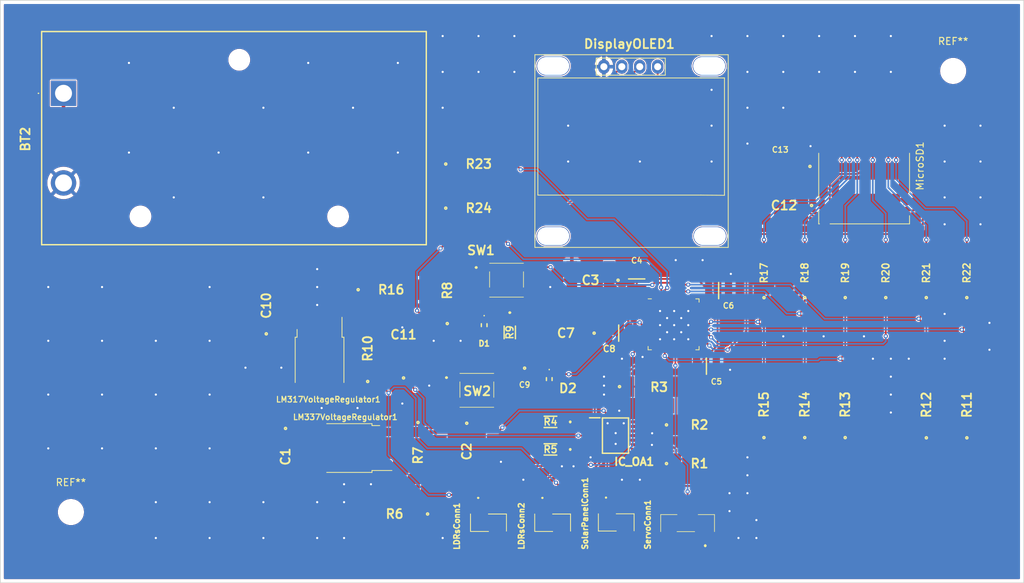
<source format=kicad_pcb>
(kicad_pcb (version 20221018) (generator pcbnew)
  (layers (0 "F.Cu" signal) (31 "B.Cu" signal) (34 "B.Paste" user) (35 "F.Paste" user) (36 "B.SilkS" user "B.Silkscreen") (37 "F.SilkS" user "F.Silkscreen") (38 "B.Mask" user) (39 "F.Mask" user) (44 "Edge.Cuts" user))
  (net 0 "")
  (net 1 "9V")
  (net 2 "GND")
  (net 3 "-3.3V")
  (net 4 "3.3V")
  (net 5 "RESET")
  (net 6 "BOOT0")
  (net 7 "I2C_SCL")
  (net 8 "I2C_SDA")
  (net 9 "AnalogMeasureLDR1")
  (net 10 "IN1+")
  (net 11 "IN2+")
  (net 12 "AnalogMeasureLDR2")
  (net 13 "Net-(IC_OA1-OUT3)")
  (net 14 "SolarPanelConn")
  (net 15 "Net-(IC_OA1-IN4-)")
  (net 16 "AnalogMeasureSP")
  (net 17 "Net-(LM317VoltageRegulator1-ADJ)")
  (net 18 "Net-(LM337VoltageRegulator1-ADJ)")
  (net 28 "SD_CMD")
  (net 31 "PWM")
  (net 35 "SD_DET_B")
  (net 38 "SD_CLK")
  (net 39 "SD_DAT1")
  (net 40 "SD_DAT2")
  (net 49 "SD_DAT3{slash}CD")
  (net 51 "SD_DAT0")
  (net 52 "Net-(MicroSD1-DAT2)")
  (net 53 "Net-(MicroSD1-DAT3{slash}CD)")
  (net 54 "Net-(MicroSD1-CMD)")
  (net 55 "Net-(MicroSD1-CLK)")
  (net 56 "Net-(MicroSD1-DAT0)")
  (net 57 "Net-(MicroSD1-DAT1)")
  (net 58 "Net-(R8-Pad2)")
  (footprint "Footprints:ERJ1T__2512_" (layer "F.Cu") (at 169.4358 115.7125)
    (fp_text reference "R3")
    (fp_text value "1K" hide)
  )
  (footprint "Footprints:12BH611GR" (layer "F.Cu") (at 85.9808 74.1525 180)
    (fp_text reference "BT2")
    (fp_text value "Battery" hide)
  )
  (footprint "Footprints:ERA8KEB1004V" (layer "F.Cu") (at 154.9733 120.7075 180)
    (fp_text reference "R4")
    (fp_text value "100K" hide)
  )
  (footprint "Footprints:ERJ1T__2512_" (layer "F.Cu") (at 176.0858 126.6125)
    (fp_text reference "R1")
    (fp_text value "62R" hide)
  )
  (footprint "Footprints:ERJ1T__2512_" (layer "F.Cu") (at 185.2208 118.2575 90)
    (fp_text reference "R15")
    (fp_text value "4.7K" hide)
  )
  (footprint "Package_DFN_QFN:QFN-48-1EP_7x7mm_P0.5mm_EP5.6x5.6mm" (layer "F.Cu") (at 172.4208 106.8825)
    (fp_text reference "MIcrocontroler1" hide)
    (fp_text value "STM32F411CEUx")
  )
  (footprint "Footprints:ERJ1T__2512_" (layer "F.Cu") (at 129.0758 110.3075 90)
    (fp_text reference "R10")
    (fp_text value "240R" hide)
  )
  (footprint "Footprints:ERJ1T__2512_" (layer "F.Cu") (at 144.8133 84.1725)
    (fp_text reference "R23")
    (fp_text value "2.2K" hide)
  )
  (footprint "Footprints:diode" (layer "F.Cu") (at 154.8008 114.6425 -90)
    (fp_text reference "D2")
    (fp_text value "D_Zener" hide)
  )
  (footprint "Footprints:ERJ1T__2512_" (layer "F.Cu") (at 191.0012 118.2575 90)
    (fp_text reference "R14")
    (fp_text value "4.7K" hide)
  )
  (footprint "MountingHole:MountingHole_3.2mm_M3" (layer "F.Cu") (at 212.0308 70.9825)
    (fp_text reference "REF**")
    (fp_text value "MountingHole_3.2mm_M3" hide)
  )
  (footprint "Footprints:ERA8KEB1004V" (layer "F.Cu") (at 154.9733 124.6075 180)
    (fp_text reference "R5")
    (fp_text value "100K" hide)
  )
  (footprint "Footprints:ERJ1T__2512_" (layer "F.Cu") (at 136.2058 125.4675 -90)
    (fp_text reference "R7")
    (fp_text value "180R" hide)
  )
  (footprint "Footprints:ERJ1T__2512_" (layer "F.Cu") (at 132.4008 101.9825)
    (fp_text reference "R16")
    (fp_text value "390R" hide)
  )
  (footprint "Footprints:ERJL12__1812_" (layer "F.Cu") (at 213.9616 99.6 90)
    (fp_text reference "R22")
    (fp_text value "22R" hide)
  )
  (footprint "Footprints:ERJL12__1812_" (layer "F.Cu") (at 208.2212 99.6 90)
    (fp_text reference "R21")
    (fp_text value "22R" hide)
  )
  (footprint "Footprints:ERJL12__1812_" (layer "F.Cu") (at 196.7404 99.6 90)
    (fp_text reference "R19")
    (fp_text value "22R" hide)
  )
  (footprint "Footprints:push_button" (layer "F.Cu") (at 148.7508 100.6325)
    (fp_text reference "SW1")
    (fp_text value "SW_Push" hide)
  )
  (footprint "Footprints:ERJ1T__2512_" (layer "F.Cu") (at 144.8133 90.4225)
    (fp_text reference "R24")
    (fp_text value "2.2K" hide)
  )
  (footprint "Footprints:ERJL12__1812_" (layer "F.Cu") (at 202.4808 99.6 90)
    (fp_text reference "R20")
    (fp_text value "22R" hide)
  )
  (footprint "Footprints:ERJ1T__2512_" (layer "F.Cu") (at 213.9708 118.29 90)
    (fp_text reference "R11")
    (fp_text value "4.7K" hide)
  )
  (footprint "Footprints:ERJ1T__2512_" (layer "F.Cu") (at 176.0858 121.1325)
    (fp_text reference "R2")
    (fp_text value "1K" hide)
  )
  (footprint "Footprints:CAPC3225X279N" (layer "F.Cu") (at 167.1908 100.4525 90)
    (fp_text reference "C4")
    (fp_text value "100uF" hide)
  )
  (footprint "Footprints:128x64OLED" (layer "F.Cu") (at 166.1608 80.9825)
    (fp_text reference "DisplayOLED1")
    (fp_text value "SSD1306" hide)
  )
  (footprint "Footprints:CAPC3225X279N" (layer "F.Cu") (at 177.0708 112.8125)
    (fp_text reference "C5")
    (fp_text value "100uF" hide)
  )
  (footprint "Footprints:C2220_FT" (layer "F.Cu") (at 157.1608 108.1325 180)
    (fp_text reference "C7")
    (fp_text value "1uF" hide)
  )
  (footprint "Footprints:10129380902001ALF" (layer "F.Cu") (at 146.1833 134.9725)
    (fp_text reference "LDRsConn1")
    (fp_text value "Conn_01x02_Pin" hide)
  )
  (footprint "Footprints:C1206" (layer "F.Cu") (at 151.3108 115.4425 -90)
    (fp_text reference "C9")
    (fp_text value "100nF" hide)
  )
  (footprint "Footprints:ERJ1T__2512_" (layer "F.Cu") (at 140.3508 102.1025 90)
    (fp_text reference "R8")
    (fp_text value "1k" hide)
  )
  (footprint "Footprints:C2220_FT" (layer "F.Cu") (at 114.7058 104.2325 90)
    (fp_text reference "C10")
    (fp_text value "1uF" hide)
  )
  (footprint "Footprints:ERJ1T__2512_" (layer "F.Cu") (at 132.8883 133.7575 180)
    (fp_text reference "R6")
    (fp_text value "300R" hide)
  )
  (footprint "Footprints:diode" (layer "F.Cu") (at 145.5808 107.0025 -90)
    (fp_text reference "D1")
    (fp_text value "D_Zener" hide)
  )
  (footprint "Footprints:ERA8KEB1004V" (layer "F.Cu") (at 149.2108 108.0275 -90)
    (fp_text reference "R9")
    (fp_text value "10k" hide)
  )
  (footprint "Package_TO_SOT_SMD:TO-252-2" (layer "F.Cu") (at 122.2558 112.0225 -90)
    (fp_text reference "LM317VoltageRegulator1")
    (fp_text value "LM317_TO-252" hide)
  )
  (footprint "Footprints:C1206" (layer "F.Cu") (at 189.3912 84.51 180)
    (fp_text reference "C13")
    (fp_text value "100nF" hide)
  )
  (footprint "Footprints:ERJ1T__2512_" (layer "F.Cu") (at 196.7308 118.26 90)
    (fp_text reference "R13")
    (fp_text value "4.7K" hide)
  )
  (footprint "Footprints:ERJL12__1812_" (layer "F.Cu") (at 185.2286 99.6084 90)
    (fp_text reference "R17")
    (fp_text value "22R" hide)
  )
  (footprint "Footprints:10129380902001ALF" (layer "F.Cu") (at 164.2933 134.9325)
    (fp_text reference "SolarPanelConn1")
    (fp_text value "Conn_01x02_Pin" hide)
  )
  (footprint "Footprints:10129380902001ALF" (layer "F.Cu") (at 155.2833 134.9725)
    (fp_text reference "LDRsConn2")
    (fp_text value "Conn_01x02_Pin" hide)
  )
  (footprint "Footprints:CAPC3225X279N" (layer "F.Cu") (at 164.6408 108.1325 180)
    (fp_text reference "C8")
    (fp_text value "100uF" hide)
  )
  (footprint "Footprints:10129380903001BLF" (layer "F.Cu") (at 174.4033 135.0525 180)
    (fp_text reference "ServoConn1")
    (fp_text value "Conn_01x03_Male" hide)
  )
  (footprint "Connector_Card:microSD_HC_Hirose_DM3D-SF" (layer "F.Cu") (at 199.4162 86.865 180)
    (fp_text reference "MicroSD1")
    (fp_text value "Micro_SD_Card_Det" hide)
  )
  (footprint "Footprints:capacitor10u" (layer "F.Cu") (at 160.6508 100.6325 180)
    (fp_text reference "C3")
    (fp_text value "10uF" hide)
  )
  (footprint "Package_TO_SOT_SMD:TO-252-2" (layer "F.Cu") (at 126.3758 124.4125 180)
    (fp_text reference "LM337VoltageRegulator1")
    (fp_text value "LM337_TO252" hide)
  )
  (footprint "Footprints:push_button" (layer "F.Cu") (at 144.5408 116.2325)
    (fp_text reference "SW2")
    (fp_text value "SW_Push" hide)
  )
  (footprint "Footprints:CAPC3225X279N" (layer "F.Cu") (at 178.8008 102.1025)
    (fp_text reference "C6")
    (fp_text value "100uF" hide)
  )
  (footprint "Footprints:C2220_FT" (layer "F.Cu") (at 143.1108 124.8975 -90)
    (fp_text reference "C2")
    (fp_text value "1uF" hide)
  )
  (footprint "Footprints:ERJL12__1812_" (layer "F.Cu") (at 191 99.6 90)
    (fp_text reference "R18")
    (fp_text value "22R" hide)
  )
  (footprint "Footprints:C2220_FT" (layer "F.Cu") (at 117.4358 125.6325 -90)
    (fp_text reference "C1")
    (fp_text value "1uF" hide)
  )
  (footprint "Footprints:ERJ1T__2512_" (layer "F.Cu") (at 208.2308 118.29 90)
    (fp_text reference "R12")
    (fp_text value "4.7K" hide)
  )
  (footprint "Footprints:SOP65P640X120-14N" (layer "F.Cu") (at 164.1853 122.6525)
    (fp_text reference "IC_OA1")
    (fp_text value "OPA4991MDYYREP" hide)
  )
  (footprint "Footprints:C1206" (layer "F.Cu") (at 134.1558 112.1325 90)
    (fp_text reference "C11")
    (fp_text value "100uF" hide)
  )
  (footprint "MountingHole:MountingHole_3.2mm_M3" (layer "F.Cu") (at 87.0308 133.4825)
    (fp_text reference "REF**")
    (fp_text value "MountingHole_3.2mm_M3" hide)
  )
  (footprint "Footprints:capacitor10u" (layer "F.Cu") (at 188.0662 90.045 180)
    (fp_text reference "C12")
    (fp_text value "10uF" hide)
  )
  (gr_line (start 222.0308 143.4825) (end 77.0308 143.4825) (stroke (width 0.1)) (layer "Edge.Cuts"))
  (gr_line (start 222.0308 60.9825) (end 222.0308 143.4825) (stroke (width 0.1)) (layer "Edge.Cuts"))
  (gr_line (start 77.0308 60.9825) (end 222.0308 60.9825) (stroke (width 0.1)) (layer "Edge.Cuts"))
  (gr_line (start 77.0308 143.4825) (end 77.0308 60.9825) (stroke (width 0.1)) (layer "Edge.Cuts"))
  (gr_text_box "\nSmart Solar Panel Project\n\nBruno P.C da Silva\nLucas Humberto Jesus" (start 186.3108 124.4725) (end 216.4108 138.8925) (layer "F.Cu") (effects (font (size 1.2 1.2) (thickness 0.3) bold) (justify top)) (stroke (width 0.15)))
  (segment (start 91.7608 94.2825) (end 104.4608 106.9825) (width 0.508) (layer "F.Cu") (net 1))
  (segment (start 117.4358 122.8825) (end 123.4358 122.8825) (width 0.508) (layer "F.Cu") (net 1))
  (segment (start 91.7608 89.053741) (end 91.7608 94.2825) (width 0.508) (layer "F.Cu") (net 1))
  (segment (start 123.4358 122.8825) (end 123.4408 122.8875) (width 0.508) (layer "F.Cu") (net 1))
  (segment (start 104.4608 106.9825) (end 114.7058 106.9825) (width 0.508) (layer "F.Cu") (net 1))
  (segment (start 119.9758 106.9825) (end 114.7058 106.9825) (width 0.508) (layer "F.Cu") (net 1))
  (segment (start 85.9808 74.1525) (end 85.9808 78.7725) (width 0.508) (layer "F.Cu") (net 1))
  (segment (start 91.7708 84.5625) (end 91.7708 89.043741) (width 0.508) (layer "F.Cu") (net 1))
  (segment (start 91.7708 89.043741) (end 91.7608 89.053741) (width 0.508) (layer "F.Cu") (net 1))
  (segment (start 117.4358 119.8458) (end 117.4358 122.8825) (width 0.508) (layer "F.Cu") (net 1))
  (segment (start 85.9808 78.7725) (end 91.7708 84.5625) (width 0.508) (layer "F.Cu") (net 1))
  (segment (start 114.7058 106.9825) (end 114.7058 117.1158) (width 0.508) (layer "F.Cu") (net 1))
  (segment (start 114.7058 117.1158) (end 117.4358 119.8458) (width 0.508) (layer "F.Cu") (net 1))
  (segment (start 204.51 84.91) (end 202.39 84.91) (width 0.254) (layer "F.Cu") (net 2))
  (segment (start 175.8583 104.6325) (end 174.8675 104.6325) (width 0.254) (layer "F.Cu") (net 2))
  (segment (start 170.1708 103.445) (end 170.1708 104.6708) (width 0.254) (layer "F.Cu") (net 2))
  (segment (start 205.1412 84.2788) (end 204.51 84.91) (width 0.254) (layer "F.Cu") (net 2))
  (segment (start 172.5 107) (end 172.4208 106.8825) (width 0.254) (layer "F.Cu") (net 2))
  (segment (start 202.39 84.91) (end 201.74 84.26) (width 0.254) (layer "F.Cu") (net 2))
  (segment (start 201.7412 81.515) (end 201.7412 83.408026) (width 0.254) (layer "F.Cu") (net 2))
  (segment (start 167.1233 122.0025) (end 169.0625 122.0025) (width 0.254) (layer "F.Cu") (net 2))
  (segment (start 174.6708 109.1708) (end 174.5 109) (width 0.254) (layer "F.Cu") (net 2))
  (segment (start 205.1412 81.64) (end 205.1412 84.2788) (width 0.254) (layer "F.Cu") (net 2))
  (segment (start 169.8675 107.6325) (end 170.5 107) (width 0.254) (layer "F.Cu") (net 2))
  (segment (start 169.3325 123.9525) (end 169.35 123.97) (width 0.254) (layer "F.Cu") (net 2))
  (segment (start 178.4708 112.8125) (end 179.9025 112.8125) (width 0.254) (layer "F.Cu") (net 2))
  (segment (start 174.8675 104.6325) (end 174.5 105) (width 0.254) (layer "F.Cu") (net 2))
  (segment (start 180.2008 100.0692) (end 180.53 99.74) (width 0.254) (layer "F.Cu") (net 2))
  (segment (start 169.0625 122.0025) (end 169.38 122.32) (width 0.254) (layer "F.Cu") (net 2))
  (segment (start 180.2008 102.1025) (end 180.2008 100.0692) (width 0.254) (layer "F.Cu") (net 2))
  (segment (start 171.6708 107.6325) (end 171.5 108) (width 0.254) (layer "F.Cu") (net 2))
  (segment (start 193.7912 81.64) (end 191.82 81.64) (width 0.254) (layer "F.Cu") (net 2))
  (segment (start 167.1233 123.9525) (end 169.3325 123.9525) (width 0.254) (layer "F.Cu") (net 2))
  (segment (start 179.9025 112.8125) (end 180.42 113.33) (width 0.254) (layer "F.Cu") (net 2))
  (segment (start 193.4412 85.66) (end 193.4412 89.89) (width 0.254) (layer "F.Cu") (net 2))
  (segment (start 171.5 108) (end 172.5 107) (width 0.254) (layer "F.Cu") (net 2))
  (segment (start 174.6708 110.32) (end 174.6708 109.1708) (width 0.254) (layer "F.Cu") (net 2))
  (segment (start 201.74 83.409226) (end 201.74 84.26) (width 0.254) (layer "F.Cu") (net 2))
  (segment (start 193.7912 85.31) (end 193.4412 85.66) (width 0.254) (layer "F.Cu") (net 2))
  (segment (start 193.7912 81.64) (end 193.7912 85.31) (width 0.254) (layer "F.Cu") (net 2))
  (segment (start 170.1708 104.6708) (end 170.5 105) (width 0.254) (layer "F.Cu") (net 2))
  (segment (start 168.9833 107.6325) (end 169.8675 107.6325) (width 0.254) (layer "F.Cu") (net 2))
  (segment (start 201.7412 83.408026) (end 201.74 83.409226) (width 0.254) (layer "F.Cu") (net 2))
  (via (at 139.7 66.04) (size 0.6096) (drill 0.3048) (layers "F.Cu" "B.Cu") (net 2))
  (via (at 172.5 107) (size 0.6096) (drill 0.3048) (layers "F.Cu" "B.Cu") (net 2))
  (via (at 203.2 119.38) (size 0.6096) (drill 0.3048) (layers "F.Cu" "B.Cu") (net 2))
  (via (at 171.5 106) (size 0.6096) (drill 0.3048) (layers "F.Cu" "B.Cu") (net 2))
  (via (at 165.1 111.76) (size 0.6096) (drill 0.3048) (layers "F.Cu" "B.Cu") (net 2))
  (via (at 182.88 128.27) (size 0.6096) (drill 0.3048) (layers "F.Cu" "B.Cu") (net 2))
  (via (at 193.04 66.04) (size 0.6096) (drill 0.3048) (layers "F.Cu" "B.Cu") (net 2))
  (via (at 83.82 101.6) (size 0.6096) (drill 0.3048) (layers "F.Cu" "B.Cu") (net 2))
  (via (at 111.76 113.03) (size 0.6096) (drill 0.3048) (layers "F.Cu" "B.Cu") (net 2))
  (via (at 180.34 133.35) (size 0.6096) (drill 0.3048) (layers "F.Cu" "B.Cu") (net 2))
  (via (at 133.35 69.85) (size 0.6096) (drill 0.3048) (layers "F.Cu" "B.Cu") (net 2))
  (via (at 106.68 137.16) (size 0.6096) (drill 0.3048) (layers "F.Cu" "B.Cu") (net 2))
  (via (at 151.13 128.905) (size 0.6096) (drill 0.3048) (layers "F.Cu" "B.Cu") (net 2))
  (via (at 165.354 120.904) (size 0.6096) (drill 0.3048) (layers "F.Cu" "B.Cu") (net 2))
  (via (at 167.64 128.905) (size 0.6096) (drill 0.3048) (layers "F.Cu" "B.Cu") (net 2))
  (via (at 180.53 99.74) (size 0.6096) (drill 0.3048) (layers "F.Cu" "B.Cu") (net 2))
  (via (at 168.021 111.506) (size 0.6096) (drill 0.3048) (layers "F.Cu" "B.Cu") (net 2))
  (via (at 187.96 108.585) (size 0.6096) (drill 0.3048) (layers "F.Cu" "B.Cu") (net 2))
  (via (at 182.88 125.73) (size 0.6096) (drill 0.3048) (layers "F.Cu" "B.Cu") (net 2))
  (via (at 198.12 71.12) (size 0.6096) (drill 0.3048) (layers "F.Cu" "B.Cu") (net 2))
  (via (at 156.591 127) (size 0.6096) (drill 0.3048) (layers "F.Cu" "B.Cu") (net 2))
  (via (at 210.82 88.9) (size 0.6096) (drill 0.3048) (layers "F.Cu" "B.Cu") (net 2))
  (via (at 149.86 66.04) (size 0.6096) (drill 0.3048) (layers "F.Cu" "B.Cu") (net 2))
  (via (at 114.3 132.08) (size 0.6096) (drill 0.3048) (layers "F.Cu" "B.Cu") (net 2))
  (via (at 162.56 114.3) (size 0.6096) (drill 0.3048) (layers "F.Cu" "B.Cu") (net 2))
  (via (at 193.04 71.12) (size 0.6096) (drill 0.3048) (layers "F.Cu" "B.Cu") (net 2))
  (via (at 174.5 105) (size 0.6096) (drill 0.3048) (layers "F.Cu" "B.Cu") (net 2))
  (via (at 121.92 137.16) (size 0.6096) (drill 0.3048) (layers "F.Cu" "B.Cu") (net 2))
  (via (at 139.7 76.2) (size 0.6096) (drill 0.3048) (layers "F.Cu" "B.Cu") (net 2))
  (via (at 158.242 127) (size 0.6096) (drill 0.3048) (layers "F.Cu" "B.Cu") (net 2))
  (via (at 114.3 137.16) (size 0.6096) (drill 0.3048) (layers "F.Cu" "B.Cu") (net 2))
  (via (at 101.6 88.9) (size 0.6096) (drill 0.3048) (layers "F.Cu" "B.Cu") (net 2))
  (via (at 106.68 132.08) (size 0.6096) (drill 0.3048) (layers "F.Cu" "B.Cu") (net 2))
  (via (at 210.82 83.82) (size 0.6096) (drill 0.3048) (layers "F.Cu" "B.Cu") (net 2))
  (via (at 217.17 110.49) (size 0.6096) (drill 0.3048) (layers "F.Cu" "B.Cu") (net 2))
  (via (at 127.635 118.745) (size 0.6096) (drill 0.3048) (layers "F.Cu" "B.Cu") (net 2))
  (via (at 83.82 116.84) (size 0.6096) (drill 0.3048) (layers "F.Cu" "B.Cu") (net 2))
  (via (at 121.92 101.6) (size 0.6096) (drill 0.3048) (layers "F.Cu" "B.Cu") (net 2))
  (via (at 137.795 115.57) (size 0.6096) (drill 0.3048) (layers "F.Cu" "B.Cu") (net 2))
  (via (at 210.82 78.74) (size 0.6096) (drill 0.3048) (layers "F.Cu" "B.Cu") (net 2))
  (via (at 99.06 137.16) (size 0.6096) (drill 0.3048) (layers "F.Cu" "B.Cu") (net 2))
  (via (at 121.92 104.14) (size 0.6096) (drill 0.3048) (layers "F.Cu" "B.Cu") (net 2))
  (via (at 182.88 81.28) (size 0.6096) (drill 0.3048) (layers "F.Cu" "B.Cu") (net 2))
  (via (at 174.5 109) (size 0.6096) (drill 0.3048) (layers "F.Cu" "B.Cu") (net 2))
  (via (at 205.74 111.76) (size 0.6096) (drill 0.3048) (layers "F.Cu" "B.Cu") (net 2))
  (via (at 107.95 82.55) (size 0.6096) (drill 0.3048) (layers "F.Cu" "B.Cu") (net 2))
  (via (at 173.5 108) (size 0.6096) (drill 0.3048) (layers "F.Cu" "B.Cu") (net 2))
  (via (at 210.82 105.41) (size 0.6096) (drill 0.3048) (layers "F.Cu" "B.Cu") (net 2))
  (via (at 99.06 116.84) (size 0.6096) (drill 0.3048) (layers "F.Cu" "B.Cu") (net 2))
  (via (at 177.8 78.74) (size 0.6096) (drill 0.3048) (layers "F.Cu" "B.Cu") (net 2))
  (via (at 162.56 115.57) (size 0.6096) (drill 0.3048) (layers "F.Cu" "B.Cu") (net 2))
  (via (at 169.35 123.97) (size 0.6096) (drill 0.3048) (layers "F.Cu" "B.Cu") (net 2))
  (via (at 106.68 101.6) (size 0.6096) (drill 0.3048) (layers "F.Cu" "B.Cu") (net 2))
  (via (at 162.56 116.84) (size 0.6096) (drill 0.3048) (layers "F.Cu" "B.Cu") (net 2))
  (via (at 200.66 111.76) (size 0.6096) (drill 0.3048) (layers "F.Cu" "B.Cu") (net 2))
  (via (at 91.44 109.22) (size 0.6096) (drill 0.3048) (layers "F.Cu" "B.Cu") (net 2))
  (via (at 198.12 66.04) (size 0.6096) (drill 0.3048) (layers "F.Cu" "B.Cu") (net 2))
  (via (at 157.48 83.82) (size 0.6096) (drill 0.3048) (layers "F.Cu" "B.Cu") (net 2))
  (via (at 170.5 105) (size 0.6096) (drill 0.3048) (layers "F.Cu" "B.Cu") (net 2))
  (via (at 184.15 134.62) (size 0.6096) (drill 0.3048) (layers "F.Cu" "B.Cu") (net 2))
  (via (at 147.955 126.365) (size 0.6096) (drill 0.3048) (layers "F.Cu" "B.Cu") (net 2))
  (via (at 133.985 107.315) (size 0.6096) (drill 0.3048) (layers "F.Cu" "B.Cu") (net 2))
  (via (at 203.2 114.3) (size 0.6096) (drill 0.3048) (layers "F.Cu" "B.Cu") (net 2))
  (via (at 187.96 71.12) (size 0.6096) (drill 0.3048) (layers "F.Cu" "B.Cu") (net 2))
  (via (at 106.68 116.84) (size 0.6096) (drill 0.3048) (layers "F.Cu" "B.Cu") (net 2))
  (via (at 165.1 128.905) (size 0.6096) (drill 0.3048) (layers "F.Cu" "B.Cu") (net 2))
  (via (at 160.655 125.73) (size 0.6096) (drill 0.3048) (layers "F.Cu" "B.Cu") (net 2))
  (via (at 191.82 81.64) (size 0.6096) (drill 0.3048) (layers "F.Cu" "B.Cu") (net 2))
  (via (at 125.73 137.16) (size 0.6096) (drill 0.3048) (layers "F.Cu" "B.Cu") (net 2))
  (via (at 170.5 109) (size 0.6096) (drill 0.3048) (layers "F.Cu" "B.Cu") (net 2))
  (via (at 125.73 129.54) (size 0.6096) (drill 0.3048) (layers "F.Cu" "B.Cu") (net 2))
  (via (at 203.2 116.84) (size 0.6096) (drill 0.3048) (layers "F.Cu" "B.Cu") (net 2))
  (via (at 164.211 123.825) (size 0.6096) (drill 0.3048) (layers "F.Cu" "B.Cu") (net 2))
  (via (at 215.9 78.74) (size 0.6096) (drill 0.3048) (layers "F.Cu" "B.Cu") (net 2))
  (via (at 177.8 66.04) (size 0.6096) (drill 0.3048) (layers "F.Cu" "B.Cu") (net 2))
  (via (at 91.44 116.84) (size 0.6096) (drill 0.3048) (layers "F.Cu" "B.Cu") (net 2))
  (via (at 142.24 109.22) (size 0.6096) (drill 0.3048) (layers "F.Cu" "B.Cu") (net 2))
  (via (at 95.25 82.55) (size 0.6096) (drill 0.3048) (layers "F.Cu" "B.Cu") (net 2))
  (via (at 172.5 105) (size 0.6096) (drill 0.3048) (layers "F.Cu" "B.Cu") (net 2))
  (via (at 83.82 109.22) (size 0.6096) (drill 0.3048) (layers "F.Cu" "B.Cu") (net 2))
  (via (at 127 76.2) (size 0.6096) (drill 0.3048) (layers "F.Cu" "B.Cu") (net 2))
  (via (at 187.96 66.04) (size 0.6096) (drill 0.3048) (layers "F.Cu" "B.Cu") (net 2))
  (via (at 133.985 118.11) (size 0.6096) (drill 0.3048) (layers "F.Cu" "B.Cu") (net 2))
  (via (at 182.88 71.12) (size 0.6096) (drill 0.3048) (layers "F.Cu" "B.Cu") (net 2))
  (via (at 164.719 119.126) (size 0.6096) (drill 0.3048) (layers "F.Cu" "B.Cu") (net 2))
  (via (at 99.06 109.22) (size 0.6096) (drill 0.3048) (layers "F.Cu" "B.Cu") (net 2))
  (via (at 180.34 130.81) (size 0.6096) (drill 0.3048) (layers "F.Cu" "B.Cu") (net 2))
  (via (at 106.68 109.22) (size 0.6096) (drill 0.3048) (layers "F.Cu" "B.Cu") (net 2))
  (via (at 182.88 76.2) (size 0.6096) (drill 0.3048) (layers "F.Cu" "B.Cu") (net 2))
  (via (at 172.5 109) (size 0.6096) (drill 0.3048) (layers "F.Cu" "B.Cu") (net 2))
  (via (at 164.211 122.301) (size 0.6096) (drill 0.3048) (layers "F.Cu" "B.Cu") (net 2))
  (via (at 215.9 92.71) (size 0.6096) (drill 0.3048) (layers "F.Cu" "B.Cu") (net 2))
  (via (at 99.06 124.46) (size 0.6096) (drill 0.3048) (layers "F.Cu" "B.Cu") (net 2))
  (via (at 138.43 109.22) (size 0.6096) (drill 0.3048) (layers "F.Cu" "B.Cu") (net 2))
  (via (at 116.84 113.03) (size 0.6096) (drill 0.3048) (layers "F.Cu" "B.Cu") (net 2))
  (via (at 180.42 113.33) (size 0.6096) (drill 0.3048) (layers "F.Cu" "B.Cu") (net 2))
  (via (at 101.6 76.2) (size 0.6096) (drill 0.3048) (layers "F.Cu" "B.Cu") (net 2))
  (via (at 121.92 99.06) (size 0.6096) (drill 0.3048) (layers "F.Cu" "B.Cu") (net 2))
  (via (at 170.5 107) (size 0.6096) (drill 0.3048) (layers "F.Cu" "B.Cu") (net 2))
  (via (at 133.35 82.55) (size 0.6096) (drill 0.3048) (layers "F.Cu" "B.Cu") (net 2))
  (via (at 174.5 107) (size 0.6096) (drill 0.3048) (layers "F.Cu" "B.Cu") (net 2))
  (via (at 106.68 124.46) (size 0.6096) (drill 0.3048) (layers "F.Cu" "B.Cu") (net 2))
  (via (at 203.2 66.04) (size 0.6096) (drill 0.3048) (layers "F.Cu" "B.Cu") (net 2))
  (via (at 210.82 111.76) (size 0.6096) (drill 0.3048) (layers "F.Cu" "B.Cu") (net 2))
  (via (at 176.53 97.79) (size 0.6096) (drill 0.3048) (layers "F.Cu" "B.Cu") (net 2))
  (via (at 167.64 83.82) (size 0.6096) (drill 0.3048) (layers "F.Cu" "B.Cu") (net 2))
  (via (at 181.61 137.16) (size 0.6096) (drill 0.3048) (layers "F.Cu" "B.Cu") (net 2))
  (via (at 157.48 78.74) (size 0.6096) (drill 0.3048) (layers "F.Cu" "B.Cu") (net 2))
  (via (at 149.86 71.12) (size 0.6096) (drill 0.3048) (layers "F.Cu" "B.Cu") (net 2))
  (via (at 187.96 76.2) (size 0.6096) (drill 0.3048) (layers "F.Cu" "B.Cu") (net 2))
  (via (at 139.7 137.16) (size 0.6096) (drill 0.3048) (layers "F.Cu" "B.Cu") (net 2))
  (via (at 177.8 83.82) (size 0.6096) (drill 0.3048) (layers "F.Cu" "B.Cu") (net 2))
  (via (at 203.2 71.12) (size 0.6096) (drill 0.3048) (layers "F.Cu" "B.Cu") (net 2))
  (via (at 203.2 111.76) (size 0.6096) (drill 0.3048) (layers "F.Cu" "B.Cu") (net 2))
  (via (at 122.555 118.745) (size 0.6096) (drill 0.3048) (layers "F.Cu" "B.Cu") (net 2))
  (via (at 171.5 108) (size 0.6096) (drill 0.3048) (layers "F.Cu" "B.Cu") (net 2))
  (via (at 173.5 106) (size 0.6096) (drill 0.3048) (layers "F.Cu" "B.Cu") (net 2))
  (via (at 91.44 101.6) (size 0.6096) (drill 0.3048) (layers "F.Cu" "B.Cu") (net 2))
  (via (at 169.38 122.32) (size 0.6096) (drill 0.3048) (layers "F.Cu" "B.Cu") (net 2))
  (via (at 95.25 69.85) (size 0.6096) (drill 0.3048) (layers "F.Cu" "B.Cu") (net 2))
  (via (at 210.82 92.71) (size 0.6096) (drill 0.3048) (layers "F.Cu" "B.Cu") (net 2))
  (via (at 144.78 71.12) (size 0.6096) (drill 0.3048) (layers "F.Cu" "B.Cu") (net 2))
  (via (at 163.068 120.904) (size 0.6096) (drill 0.3048) (layers "F.Cu" "B.Cu") (net 2))
  (via (at 91.44 124.46) (size 0.6096) (drill 0.3048) (layers "F.Cu" "B.Cu") (net 2))
  (via (at 120.65 82.55) (size 0.6096) (drill 0.3048) (layers "F.Cu" "B.Cu") (net 2))
  (via (at 177.8 73.66) (size 0.6096) (drill 0.3048) (layers "F.Cu" "B.Cu") (net 2))
  (via (at 114.3 76.2) (size 0.6096) (drill 0.3048) (layers "F.Cu" "B.Cu") (net 2))
  (via (at 172.72 97.79) (size 0.6096) (drill 0.3048) (layers "F.Cu" "B.Cu") (net 2))
  (via (at 215.9 83.82) (size 0.6096) (drill 0.3048) (layers "F.Cu" "B.Cu") (net 2))
  (via (at 193.675 108.585) (size 0.6096) (drill 0.3048) (layers "F.Cu" "B.Cu") (net 2))
  (via (at 120.65 69.85) (size 0.6096) (drill 0.3048) (layers "F.Cu" "B.Cu") (net 2))
  (via (at 182.88 130.81) (size 0.6096) (drill 0.3048) (layers "F.Cu" "B.Cu") (net 2))
  (via (at 144.78 66.04) (size 0.6096) (drill 0.3048) (layers "F.Cu" "B.Cu") (net 2))
  (via (at 129.54 129.54) (size 0.6096) (drill 0.3048) (layers "F.Cu" "B.Cu") (net 2))
  (via (at 125.73 132.08) (size 0.6096) (drill 0.3048) (layers "F.Cu" "B.Cu") (net 2))
  (via (at 199.39 108.585) (size 0.6096) (drill 0.3048) (layers "F.Cu" "B.Cu") (net 2))
  (via (at 139.7 71.12) (size 0.6096) (drill 0.3048) (layers "F.Cu" "B.Cu") (net 2))
  (via (at 210.82 109.22) (size 0.6096) (drill 0.3048) (layers "F.Cu" "B.Cu") (net 2))
  (via (at 215.9 88.9) (size 0.6096) (drill 0.3048) (layers "F.Cu" "B.Cu") (net 2))
  (via (at 121.92 132.08) (size 0.6096) (drill 0.3048) (layers "F.Cu" "B.Cu") (net 2))
  (via (at 99.06 132.08) (size 0.6096) (drill 0.3048) (layers "F.Cu" "B.Cu") (net 2))
  (via (at 217.17 106.68) (size 0.6096) (drill 0.3048) (layers "F.Cu" "B.Cu") (net 2))
  (via (at 184.15 137.16) (size 0.6096) (drill 0.3048) (layers "F.Cu" "B.Cu") (net 2))
  (via (at 83.82 124.46) (size 0.6096) (drill 0.3048) (layers "F.Cu" "B.Cu") (net 2))
  (via (at 154.94 101.6) (size 0.6096) (drill 0.3048) (layers "F.Cu" "B.Cu") (net 2))
  (via (at 114.3 88.9) (size 0.6096) (drill 0.3048) (layers "F.Cu" "B.Cu") (net 2))
  (via (at 182.88 66.04) (size 0.6096) (drill 0.3048) (layers "F.Cu" "B.Cu") (net 2))
  (segment (start 143.1108 122.1475) (end 136.2108 122.1475) (width 0.508) (layer "F.Cu") (net 3))
  (segment (start 136.1958 122.1325) (end 136.2058 122.1425) (width 0.508) (layer "F.Cu") (net 3))
  (segment (start 147.5358 122.1475) (end 143.1108 122.1475) (width 0.254) (layer "F.Cu") (net 3))
  (segment (start 167.1233 122.6525) (end 166.0308 122.6525) (width 0.254) (layer "F.Cu") (net 3))
  (segment (start 166.0308 122.6525) (end 162.5008 119.1225) (width 0.254) (layer "F.Cu") (net 3))
  (segment (start 136.2108 122.1475) (end 136.2058 122.1425) (width 0.508) (layer "F.Cu") (net 3))
  (segment (start 131.4158 122.1325) (end 136.1958 122.1325) (width 0.508) (layer "F.Cu") (net 3))
  (segment (start 148.1608 121.5225) (end 147.5358 122.1475) (width 0.254) (layer "F.Cu") (net 3))
  (via (at 148.1608 121.5225) (size 0.6096) (drill 0.3048) (layers "F.Cu" "B.Cu") (net 3))
  (via (at 162.5008 119.1225) (size 0.6096) (drill 0.3048) (layers "F.Cu" "B.Cu") (net 3))
  (segment (start 162.5008 119.1225) (end 150.5608 119.1225) (width 0.254) (layer "B.Cu") (net 3))
  (segment (start 150.5608 119.1225) (end 148.1608 121.5225) (width 0.254) (layer "B.Cu") (net 3))
  (segment (start 140.3508 110.7625) (end 140.3508 110.7633) (width 0.254) (layer "F.Cu") (net 4))
  (segment (start 194.5512 91.605) (end 193.8412 92.315) (width 0.254) (layer "F.Cu") (net 4))
  (segment (start 199.5412 84.56) (end 198.5212 85.58) (width 0.254) (layer "F.Cu") (net 4))
  (segment (start 175.6708 112.8125) (end 175.6708 115.4225) (width 0.254) (layer "F.Cu") (net 4))
  (segment (start 136.5558 105.4275) (end 136.0708 104.9425) (width 0.254) (layer "F.Cu") (net 4))
  (segment (start 181.0808 117.4125) (end 181.7808 118.1125) (width 0.254) (layer "F.Cu") (net 4))
  (segment (start 161.9708 105.8225) (end 159.9108 107.8825) (width 0.254) (layer "F.Cu") (net 4))
  (segment (start 165.4308 105.8225) (end 167.1908 104.0625) (width 0.254) (layer "F.Cu") (net 4))
  (segment (start 181.7808 118.1125) (end 181.7808 120.6425) (width 0.254) (layer "F.Cu") (net 4))
  (segment (start 166.0408 108.1325) (end 166.0408 106.4325) (width 0.254) (layer "F.Cu") (net 4))
  (segment (start 156.5533 130.125) (end 155.7508 129.3225) (width 0.254) (layer "F.Cu") (net 4))
  (segment (start 161.2473 122.6525) (end 158.9308 122.6525) (width 0.254) (layer "F.Cu") (net 4))
  (segment (start 182.7208 121.5825) (end 185.2208 121.5825) (width 0.254) (layer "F.Cu") (net 4))
  (segment (start 198.5 79.08) (end 199.5412 80.1212) (width 0.254) (layer "F.Cu") (net 4))
  (segment (start 182.84 94.6) (end 182.84 87.43) (width 0.254) (layer "F.Cu") (net 4))
  (segment (start 199.5412 80.1212) (end 199.5412 81.515) (width 0.254) (layer "F.Cu") (net 4))
  (segment (start 177.4008 102.1025) (end 177.4008 100.0392) (width 0.254) (layer "F.Cu") (net 4))
  (segment (start 190.8912 89.87) (end 190.7162 90.045) (width 0.254) (layer "F.Cu") (net 4))
  (segment (start 185.2533 121.615) (end 185.2208 121.5825) (width 0.254) (layer "F.Cu") (net 4))
  (segment (start 190.8912 84.51) (end 190.8912 89.87) (width 0.254) (layer "F.Cu") (net 4))
  (segment (start 140.3508 110.7625) (end 138.9808 112.1325) (width 0.254) (layer "F.Cu") (net 4))
  (segment (start 167.7708 100.4525) (end 175.7508 100.4525) (width 0.254) (layer "F.Cu") (net 4))
  (segment (start 137.4808 113.6325) (end 138.9808 112.1325) (width 0.254) (layer "F.Cu") (net 4))
  (segment (start 132.0508 116.6075) (end 132.0508 116.6025) (width 0.254) (layer "F.Cu") (net 4))
  (segment (start 175.1708 110.32) (end 175.1708 110.812862) (width 0.254) (layer "F.Cu") (net 4))
  (segment (start 144.9133 133.2575) (end 144.0243 133.2575) (width 0.254) (layer "F.Cu") (net 4))
  (segment (start 180.0358 136.7675) (end 185.2208 131.5825) (width 0.254) (layer "F.Cu") (net 4))
  (segment (start 177.6608 117.4125) (end 181.0808 117.4125) (width 0.254) (layer "F.Cu") (net 4))
  (segment (start 165.0808 70.3825) (end 162.1908 73.2725) (width 0.254) (layer "F.Cu") (net 4))
  (segment (start 182.84 87.43) (end 183.9775 86.2925) (width 0.254) (layer "F.Cu") (net 4))
  (segment (start 175.1708 110.812862) (end 175.6708 111.312862) (width 0.254) (layer "F.Cu") (net 4))
  (segment (start 198.5212 85.58) (end 195.9412 85.58) (width 0.254) (layer "F.Cu") (net 4))
  (segment (start 190.8912 80.930774) (end 192.741974 79.08) (width 0.254) (layer "F.Cu") (net 4))
  (segment (start 144.0243 133.2575) (end 141.8093 131.0425) (width 0.254) (layer "F.Cu") (net 4))
  (segment (start 140.3508 105.4275) (end 136.5558 105.4275) (width 0.254) (layer "F.Cu") (net 4))
  (segment (start 185.2208 131.5825) (end 185.2208 121.5825) (width 0.254) (layer "F.Cu") (net 4))
  (segment (start 132.0508 116.6025) (end 132.0408 116.5925) (width 0.254) (layer "F.Cu") (net 4))
  (segment (start 167.1908 101.8525) (end 167.1908 101.0325) (width 0.254) (layer "F.Cu") (net 4))
  (segment (start 134.1558 113.6325) (end 129.0758 113.6325) (width 0.508) (layer "F.Cu") (net 4))
  (segment (start 156.5533 136.6875) (end 156.5533 130.125) (width 0.254) (layer "F.Cu") (net 4))
  (segment (start 175.7508 100.4525) (end 177.4008 102.1025) (width 0.254) (layer "F.Cu") (net 4))
  (segment (start 194.5512 86.97) (end 194.5512 91.605) (width 0.254) (layer "F.Cu") (net 4))
  (segment (start 134.1558 114.5075) (end 135.8108 116.1625) (width 0.254) (layer "F.Cu") (net 4))
  (segment (start 134.1558 113.6325) (end 134.1558 114.5075) (width 0.254) (layer "F.Cu") (net 4))
  (segment (start 192.741974 79.08) (end 198.5 79.08) (width 0.254) (layer "F.Cu") (net 4))
  (segment (start 162.1908 73.2725) (end 148.4708 73.2725) (width 0.254) (layer "F.Cu") (net 4))
  (segment (start 140.3508 110.7633) (end 141.72 112.1325) (width 0.254) (layer "F.Cu") (net 4))
  (segment (start 148.4708 73.2725) (end 141.4883 80.255) (width 0.254) (layer "F.Cu") (net 4))
  (segment (start 134.1558 113.6325) (end 137.4808 113.6325) (width 0.254) (layer "F.Cu") (net 4))
  (segment (start 195.9412 85.58) (end 194.5512 86.97) (width 0.254) (layer "F.Cu") (net 4))
  (segment (start 169.6708 103.445) (end 169.6708 102.6225) (width 0.254) (layer "F.Cu") (net 4))
  (segment (start 177.4008 103.3425) (end 177.4008 102.1025) (width 0.254) (layer "F.Cu") (net 4))
  (segment (start 175.8583 104.1325) (end 176.6108 104.1325) (width 0.254) (layer "F.Cu") (net 4))
  (segment (start 166.0408 106.4325) (end 165.4308 105.8225) (width 0.254) (layer "F.Cu") (net 4))
  (segment (start 141.4883 90.4225) (end 141.4883 94.045) (width 0.254) (layer "F.Cu") (net 4))
  (segment (start 199.5412 81.515) (end 199.5412 84.56) (width 0.254) (layer "F.Cu") (net 4))
  (segment (start 176.6108 104.1325) (end 177.4008 103.3425) (width 0.254) (layer "F.Cu") (net 4))
  (segment (start 129.0758 113.6325) (end 132.0508 116.6075) (width 0.254) (layer "F.Cu") (net 4))
  (segment (start 193.8412 92.315) (end 192.9862 92.315) (width 0.254) (layer "F.Cu") (net 4))
  (segment (start 168.9833 108.1325) (end 166.0408 108.1325) (width 0.254) (layer "F.Cu") (net 4))
  (segment (start 167.1908 104.0625) (end 167.1908 101.8525) (width 0.254) (layer "F.Cu") (net 4))
  (segment (start 175.6708 111.312862) (end 175.6708 112.8125) (width 0.254) (layer "F.Cu") (net 4))
  (segment (start 192.9862 92.315) (end 190.7162 90.045) (width 0.254) (layer "F.Cu") (net 4))
  (segment (start 159.9108 107.8825) (end 159.9108 108.1325) (width 0.254) (layer "F.Cu") (net 4))
  (segment (start 141.72 112.1325) (end 159.1608 112.1325) (width 0.254) (layer "F.Cu") (net 4))
  (segment (start 141.4883 80.255) (end 141.4883 84.1725) (width 0.254) (layer "F.Cu") (net 4))
  (segment (start 129.0758 113.6325) (end 127.7508 114.9575) (width 0.508) (layer "F.Cu") (net 4))
  (segment (start 181.7808 120.6425) (end 182.7208 121.5825) (width 0.254) (layer "F.Cu") (net 4))
  (segment (start 175.6708 115.4225) (end 177.6608 117.4125) (width 0.254) (layer "F.Cu") (net 4))
  (segment (start 165.4308 105.8225) (end 161.9708 105.8225) (width 0.254) (layer "F.Cu") (net 4))
  (segment (start 159.1608 112.1325) (end 159.9108 111.3825) (width 0.254) (layer "F.Cu") (net 4))
  (segment (start 141.4883 94.045) (end 139.4008 96.1325) (width 0.254) (layer "F.Cu") (net 4))
  (segment (start 141.8093 131.0425) (end 140.5908 131.0425) (width 0.254) (layer "F.Cu") (net 4))
  (segment (start 177.4008 100.0392) (end 182.84 94.6) (width 0.254) (layer "F.Cu") (net 4))
  (segment (start 141.4883 84.1725) (end 141.4883 90.4225) (width 0.254) (layer "F.Cu") (net 4))
  (segment (start 169.6708 102.6225) (end 168.9008 101.8525) (width 0.254) (layer "F.Cu") (net 4))
  (segment (start 127.7508 114.9575) (end 123.7808 114.9575) (width 0.508) (layer "F.Cu") (net 4))
  (segment (start 140.3508 105.4275) (end 140.3508 110.7625) (width 0.254) (layer "F.Cu") (net 4))
  (segment (start 163.3008 100.6325) (end 164.5208 101.8525) (width 0.254) (layer "F.Cu") (net 4))
  (segment (start 168.9008 101.8525) (end 167.1908 101.8525) (width 0.254) (layer "F.Cu") (net 4))
  (segment (start 159.9108 111.3825) (end 159.9108 108.1325) (width 0.254) (layer "F.Cu") (net 4))
  (segment (start 164.5208 101.8525) (end 167.1908 101.8525) (width 0.254) (layer "F.Cu") (net 4))
  (segment (start 177.4008 102.1025) (end 178.6508 103.3525) (width 0.254) (layer "F.Cu") (net 4))
  (segment (start 186.9637 86.2925) (end 190.7162 90.045) (width 0.254) (layer "F.Cu") (net 4))
  (segment (start 167.1908 101.0325) (end 167.7708 100.4525) (width 0.254) (layer "F.Cu") (net 4))
  (segment (start 178.6508 103.3525) (end 178.6508 109.8325) (width 0.254) (layer "F.Cu") (net 4))
  (segment (start 190.8912 84.51) (end 190.8912 80.930774) (width 0.254) (layer "F.Cu") (net 4))
  (segment (start 178.6508 109.8325) (end 175.6708 112.8125) (width 0.254) (layer "F.Cu") (net 4))
  (segment (start 176.9433 136.7675) (end 180.0358 136.7675) (width 0.254) (layer "F.Cu") (net 4))
  (segment (start 183.9775 86.2925) (end 186.9637 86.2925) (width 0.254) (layer "F.Cu") (net 4))
  (segment (start 213.9708 121.615) (end 185.2533 121.615) (width 0.254) (layer "F.Cu") (net 4))
  (via (at 140.5908 131.0425) (size 0.6096) (drill 0.3048) (layers "F.Cu" "B.Cu") (net 4))
  (via (at 158.9308 122.6525) (size 0.6096) (drill 0.3048) (layers "F.Cu" "B.Cu") (net 4))
  (via (at 139.4008 96.1325) (size 0.6096) (drill 0.3048) (layers "F.Cu" "B.Cu") (net 4))
  (via (at 136.0708 104.9425) (size 0.6096) (drill 0.3048) (layers "F.Cu" "B.Cu") (net 4))
  (via (at 132.0408 116.5925) (size 0.6096) (drill 0.3048) (layers "F.Cu" "B.Cu") (net 4))
  (via (at 135.8108 116.1625) (size 0.6096) (drill 0.3048) (layers "F.Cu" "B.Cu") (net 4))
  (via (at 155.7508 129.3225) (size 0.6096) (drill 0.3048) (layers "F.Cu" "B.Cu") (net 4))
  (segment (start 137.0208 120.8125) (end 138.8608 122.6525) (width 0.254) (layer "B.Cu") (net 4))
  (segment (start 137.5108 124.4425) (end 150.8708 124.4425) (width 0.254) (layer "B.Cu") (net 4))
  (segment (start 137.6808 131.0425) (end 132.0408 125.4025) (width 0.254) (layer "B.Cu") (net 4))
  (segment (start 135.8908 117.4125) (end 135.8908 122.8225) (width 0.254) (layer "B.Cu") (net 4))
  (segment (start 134.3008 115.8225) (end 135.8908 117.4125) (width 0.254) (layer "B.Cu") (net 4))
  (segment (start 132.8108 115.8225) (end 134.3008 115.8225) (width 0.254) (layer "B.Cu") (net 4))
  (segment (start 140.5908 131.0425) (end 137.6808 131.0425) (width 0.254) (layer "B.Cu") (net 4))
  (segment (start 132.0408 116.5925) (end 132.8108 115.8225) (width 0.254) (layer "B.Cu") (net 4))
  (segment (start 135.8108 116.1625) (end 137.0208 117.3725) (width 0.254) (layer "B.Cu") (net 4))
  (segment (start 139.4008 96.1325) (end 136.0808 99.4525) (width 0.254) (layer "B.Cu") (net 4))
  (segment (start 136.0808 99.4525) (end 136.0808 104.9325) (width 0.254) (layer "B.Cu") (net 4))
  (segment (start 137.0208 117.3725) (end 137.0208 120.8125) (width 0.254) (layer "B.Cu") (net 4))
  (segment (start 132.0408 116.5925) (end 132.0408 125.4025) (width 0.254) (layer "B.Cu") (net 4))
  (segment (start 136.0808 104.9325) (end 136.0708 104.9425) (width 0.254) (layer "B.Cu") (net 4))
  (segment (start 135.8908 122.8225) (end 137.5108 124.4425) (width 0.254) (layer "B.Cu") (net 4))
  (segment (start 138.8608 122.6525) (end 158.9308 122.6525) (width 0.254) (layer "B.Cu") (net 4))
  (segment (start 150.8708 124.4425) (end 155.7508 129.3225) (width 0.254) (layer "B.Cu") (net 4))
  (segment (start 157.5608 113.9425) (end 154.8008 113.9425) (width 0.254) (layer "F.Cu") (net 5))
  (segment (start 154.8008 113.9425) (end 151.3108 113.9425) (width 0.254) (layer "F.Cu") (net 5))
  (segment (start 149.5308 113.9425) (end 151.3108 113.9425) (width 0.254) (layer "F.Cu") (net 5))
  (segment (start 168.1208 107.1325) (end 167.6008 106.6125) (width 0.254) (layer "F.Cu") (net 5))
  (segment (start 157.5658 113.9475) (end 157.5608 113.9425) (width 0.254) (layer "F.Cu") (net 5))
  (segment (start 168.9833 107.1325) (end 168.1208 107.1325) (width 0.254) (layer "F.Cu") (net 5))
  (segment (start 147.5408 114.3825) (end 149.0908 114.3825) (width 0.254) (layer "F.Cu") (net 5))
  (segment (start 149.0908 114.3825) (end 149.5308 113.9425) (width 0.254) (layer "F.Cu") (net 5))
  (via (at 167.6008 106.6125) (size 0.6096) (drill 0.3048) (layers "F.Cu" "B.Cu") (net 5))
  (via (at 157.5658 113.9475) (size 0.6096) (drill 0.3048) (layers "F.Cu" "B.Cu") (net 5))
  (segment (start 158.6008 113.9425) (end 165.9308 106.6125) (width 0.254) (layer "B.Cu") (net 5))
  (segment (start 157.5708 113.9425) (end 158.6008 113.9425) (width 0.254) (layer "B.Cu") (net 5))
  (segment (start 165.9308 106.6125) (end 167.6008 106.6125) (width 0.254) (layer "B.Cu") (net 5))
  (segment (start 157.5658 113.9475) (end 157.5708 113.9425) (width 0.254) (layer "B.Cu") (net 5))
  (segment (start 149.2108 100.0225) (end 150.4508 98.7825) (width 0.254) (layer "F.Cu") (net 6))
  (segment (start 172.2608 102.000526) (end 172.2608 101.6025) (width 0.254) (layer "F.Cu") (net 6))
  (segment (start 171.6708 102.590526) (end 172.2608 102.000526) (width 0.254) (layer "F.Cu") (net 6))
  (segment (start 171.6708 103.445) (end 171.6708 102.590526) (width 0.254) (layer "F.Cu") (net 6))
  (segment (start 154.9708 98.7825) (end 151.7508 98.7825) (width 0.254) (layer "F.Cu") (net 6))
  (segment (start 172.2608 101.6025) (end 172.2608 101.4225) (width 0.254) (layer "F.Cu") (net 6))
  (segment (start 169.7008 101.0025) (end 169.4008 101.3025) (width 0.254) (layer "F.Cu") (net 6))
  (segment (start 172.2608 101.4225) (end 171.8408 101.0025) (width 0.254) (layer "F.Cu") (net 6))
  (segment (start 150.4508 98.7825) (end 151.7508 98.7825) (width 0.254) (layer "F.Cu") (net 6))
  (segment (start 149.2108 106.3025) (end 149.2108 100.0225) (width 0.254) (layer "F.Cu") (net 6))
  (segment (start 149.2108 106.3025) (end 145.5808 106.3025) (width 0.254) (layer "F.Cu") (net 6))
  (segment (start 171.8408 101.0025) (end 169.7008 101.0025) (width 0.254) (layer "F.Cu") (net 6))
  (via (at 154.9708 98.7825) (size 0.6096) (drill 0.3048) (layers "F.Cu" "B.Cu") (net 6))
  (via (at 169.4008 101.3025) (size 0.6096) (drill 0.3048) (layers "F.Cu" "B.Cu") (net 6))
  (segment (start 169.4008 101.3025) (end 157.4908 101.3025) (width 0.254) (layer "B.Cu") (net 6))
  (segment (start 157.4908 101.3025) (end 154.9708 98.7825) (width 0.254) (layer "B.Cu") (net 6))
  (segment (start 171.1708 102.0492) (end 171.51 101.71) (width 0.254) (layer "F.Cu") (net 7))
  (segment (start 151.5 75) (end 163.0033 75) (width 0.254) (layer "F.Cu") (net 7))
  (segment (start 171.1708 103.445) (end 171.1708 102.1925) (width 0.254) (layer "F.Cu") (net 7))
  (segment (start 148.1383 84.1725) (end 148.1383 78.3617) (width 0.254) (layer "F.Cu") (net 7))
  (segment (start 148.1383 84.1725) (end 149.9908 84.1725) (width 0.254) (layer "F.Cu") (net 7))
  (segment (start 148.1383 78.3617) (end 151.5 75) (width 0.254) (layer "F.Cu") (net 7))
  (segment (start 171.1708 102.1925) (end 171.1708 102.0492) (width 0.254) (layer "F.Cu") (net 7))
  (segment (start 163.0033 75) (end 167.6208 70.3825) (width 0.254) (layer "F.Cu") (net 7))
  (segment (start 149.9908 84.1725) (end 150.7508 84.9325) (width 0.254) (layer "F.Cu") (net 7))
  (via (at 171.51 101.71) (size 0.6096) (drill 0.3048) (layers "F.Cu" "B.Cu") (net 7))
  (via (at 150.7508 84.9325) (size 0.6096) (drill 0.3048) (layers "F.Cu" "B.Cu") (net 7))
  (segment (start 171.51 99.5017) (end 171.51 101.71) (width 0.254) (layer "B.Cu") (net 7))
  (segment (start 164.0083 92) (end 171.51 99.5017) (width 0.254) (layer "B.Cu") (net 7))
  (segment (start 153.0825 84.9325) (end 160.15 92) (width 0.254) (layer "B.Cu") (net 7))
  (segment (start 164.0083 92) (end 160.15 92) (width 0.254) (layer "B.Cu") (net 7))
  (segment (start 150.7508 84.9325) (end 153.0825 84.9325) (width 0.254) (layer "B.Cu") (net 7))
  (segment (start 156.8975 90.4225) (end 170.1608 77.1592) (width 0.254) (layer "F.Cu") (net 8))
  (segment (start 170.6708 103.445) (end 170.6708 102.6425) (width 0.254) (layer "F.Cu") (net 8))
  (segment (start 148.1383 90.4225) (end 156.8975 90.4225) (width 0.254) (layer "F.Cu") (net 8))
  (segment (start 170.6708 101.6808) (end 170.64 101.65) (width 0.254) (layer "F.Cu") (net 8))
  (segment (start 170.1608 77.1592) (end 170.1608 70.3825) (width 0.254) (layer "F.Cu") (net 8))
  (segment (start 170.6708 102.6425) (end 170.6708 101.6808) (width 0.254) (layer "F.Cu") (net 8))
  (segment (start 148.9608 95.4825) (end 148.1383 94.66) (width 0.254) (layer "F.Cu") (net 8))
  (segment (start 148.1383 94.66) (end 148.1383 90.4225) (width 0.254) (layer "F.Cu") (net 8))
  (via (at 170.64 101.65) (size 0.6096) (drill 0.3048) (layers "F.Cu" "B.Cu") (net 8))
  (via (at 148.9608 95.4825) (size 0.6096) (drill 0.3048) (layers "F.Cu" "B.Cu") (net 8))
  (segment (start 151.1383 97.66) (end 168.58 97.66) (width 0.254) (layer "B.Cu") (net 8))
  (segment (start 148.9608 95.4825) (end 151.1383 97.66) (width 0.254) (layer "B.Cu") (net 8))
  (segment (start 170.64 99.72) (end 170.64 101.65) (width 0.254) (layer "B.Cu") (net 8))
  (segment (start 168.58 97.66) (end 170.64 99.72) (width 0.254) (layer "B.Cu") (net 8))
  (segment (start 165.2708 110.2725) (end 166.6408 110.2725) (width 0.254) (layer "F.Cu") (net 9))
  (segment (start 167.7808 109.1325) (end 168.9833 109.1325) (width 0.254) (layer "F.Cu") (net 9))
  (segment (start 161.2473 114.296) (end 165.2708 110.2725) (width 0.254) (layer "F.Cu") (net 9))
  (segment (start 161.2473 120.7025) (end 161.2473 121.3525) (width 0.254) (layer "F.Cu") (net 9))
  (segment (start 166.6408 110.2725) (end 167.7808 109.1325) (width 0.254) (layer "F.Cu") (net 9))
  (segment (start 161.2473 120.7025) (end 161.2473 114.296) (width 0.254) (layer "F.Cu") (net 9))
  (segment (start 162.2388 122.0025) (end 162.7833 122.547) (width 0.254) (layer "F.Cu") (net 10))
  (segment (start 162.7833 125.6725) (end 160.7333 127.7225) (width 0.254) (layer "F.Cu") (net 10))
  (segment (start 158.6083 120.7075) (end 159.9033 122.0025) (width 0.254) (layer "F.Cu") (net 10))
  (segment (start 156.6983 120.7075) (end 158.6083 120.7075) (width 0.254) (layer "F.Cu") (net 10))
  (segment (start 162.7833 122.547) (end 162.7833 125.6725) (width 0.254) (layer "F.Cu") (net 10))
  (segment (start 154.0133 129.3125) (end 154.0133 133.2575) (width 0.254) (layer "F.Cu") (net 10))
  (segment (start 159.9033 122.0025) (end 161.2473 122.0025) (width 0.254) (layer "F.Cu") (net 10))
  (segment (start 160.7333 127.7225) (end 155.6033 127.7225) (width 0.254) (layer "F.Cu") (net 10))
  (segment (start 161.2473 122.0025) (end 162.2388 122.0025) (width 0.254) (layer "F.Cu") (net 10))
  (segment (start 155.6033 127.7225) (end 154.0133 129.3125) (width 0.254) (layer "F.Cu") (net 10))
  (segment (start 159.8933 123.3025) (end 158.5883 124.6075) (width 0.254) (layer "F.Cu") (net 11))
  (segment (start 149.8133 126.9625) (end 155.5333 126.9625) (width 0.254) (layer "F.Cu") (net 11))
  (segment (start 155.5333 126.9625) (end 156.6983 125.7975) (width 0.254) (layer "F.Cu") (net 11))
  (segment (start 156.6983 125.7975) (end 156.6983 124.6075) (width 0.254) (layer "F.Cu") (net 11))
  (segment (start 147.4533 136.6875) (end 147.4533 129.3225) (width 0.254) (layer "F.Cu") (net 11))
  (segment (start 147.4533 129.3225) (end 149.8133 126.9625) (width 0.254) (layer "F.Cu") (net 11))
  (segment (start 158.5883 124.6075) (end 156.6983 124.6075) (width 0.254) (layer "F.Cu") (net 11))
  (segment (start 161.2473 123.3025) (end 159.8933 123.3025) (width 0.254) (layer "F.Cu") (net 11))
  (segment (start 161.2473 123.9525) (end 161.2473 124.6025) (width 0.254) (layer "F.Cu") (net 12))
  (segment (start 158.8708 125.0225) (end 158.8708 126.4525) (width 0.254) (layer "F.Cu") (net 12))
  (segment (start 161.2473 124.6025) (end 159.2908 124.6025) (width 0.254) (layer "F.Cu") (net 12))
  (segment (start 166.6308 111.0225) (end 166.6308 111.1025) (width 0.254) (layer "F.Cu") (net 12))
  (segment (start 159.2908 124.6025) (end 158.8708 125.0225) (width 0.254) (layer "F.Cu") (net 12))
  (segment (start 158.8708 126.4525) (end 159.2108 126.7925) (width 0.254) (layer "F.Cu") (net 12))
  (segment (start 168.0208 109.6325) (end 166.6308 111.0225) (width 0.254) (layer "F.Cu") (net 12))
  (segment (start 168.9833 109.6325) (end 168.0208 109.6325) (width 0.254) (layer "F.Cu") (net 12))
  (segment (start 159.2108 126.7925) (end 160.7008 126.7925) (width 0.254) (layer "F.Cu") (net 12))
  (via (at 160.7008 126.7925) (size 0.6096) (drill 0.3048) (layers "F.Cu" "B.Cu") (net 12))
  (via (at 166.6308 111.1025) (size 0.6096) (drill 0.3048) (layers "F.Cu" "B.Cu") (net 12))
  (segment (start 166.6308 124.0725) (end 166.6308 111.1025) (width 0.254) (layer "B.Cu") (net 12))
  (segment (start 160.7008 126.7925) (end 163.9108 126.7925) (width 0.254) (layer "B.Cu") (net 12))
  (segment (start 163.9108 126.7925) (end 166.6308 124.0725) (width 0.254) (layer "B.Cu") (net 12))
  (segment (start 170.4733 129.7825) (end 169.8733 129.1825) (width 0.254) (layer "F.Cu") (net 13))
  (segment (start 178.0733 129.7825) (end 170.4733 129.7825) (width 0.254) (layer "F.Cu") (net 13))
  (segment (start 179.4108 121.1325) (end 179.4108 126.6125) (width 0.254) (layer "F.Cu") (net 13))
  (segment (start 179.4108 128.445) (end 178.0733 129.7825) (width 0.254) (layer "F.Cu") (net 13))
  (segment (start 169.1033 124.6025) (end 167.1233 124.6025) (width 0.254) (layer "F.Cu") (net 13))
  (segment (start 169.8733 125.3725) (end 169.1033 124.6025) (width 0.254) (layer "F.Cu") (net 13))
  (segment (start 169.8733 129.1825) (end 169.8733 125.3725) (width 0.254) (layer "F.Cu") (net 13))
  (segment (start 179.4108 126.6125) (end 179.4108 128.445) (width 0.254) (layer "F.Cu") (net 13))
  (segment (start 172.7608 126.6125) (end 172.7608 124.65) (width 0.254) (layer "F.Cu") (net 14))
  (segment (start 163.0233 133.2175) (end 163.0233 126.411) (width 0.254) (layer "F.Cu") (net 14))
  (segment (start 166.1318 123.3025) (end 167.1233 123.3025) (width 0.254) (layer "F.Cu") (net 14))
  (segment (start 171.4133 123.3025) (end 167.1233 123.3025) (width 0.254) (layer "F.Cu") (net 14))
  (segment (start 163.0233 126.411) (end 166.1318 123.3025) (width 0.254) (layer "F.Cu") (net 14))
  (segment (start 172.7608 124.65) (end 171.4133 123.3025) (width 0.254) (layer "F.Cu") (net 14))
  (segment (start 172.7608 115.7125) (end 172.7608 121.1325) (width 0.254) (layer "F.Cu") (net 15))
  (segment (start 172.5408 121.3525) (end 172.7608 121.1325) (width 0.254) (layer "F.Cu") (net 15))
  (segment (start 167.1233 121.3525) (end 172.5408 121.3525) (width 0.254) (layer "F.Cu") (net 15))
  (segment (start 168.2833 115.7125) (end 166.1108 115.7125) (width 0.254) (layer "F.Cu") (net 16))
  (segment (start 166.9558 112.7325) (end 168.3908 112.7325) (width 0.254) (layer "F.Cu") (net 16))
  (segment (start 168.3908 112.7325) (end 169.6708 111.4525) (width 0.254) (layer "F.Cu") (net 16))
  (segment (start 168.8733 116.3025) (end 168.2833 115.7125) (width 0.254) (layer "F.Cu") (net 16))
  (segment (start 168.8733 120.1425) (end 168.8733 116.3025) (width 0.254) (layer "F.Cu") (net 16))
  (segment (start 166.1108 113.5775) (end 166.9558 112.7325) (width 0.254) (layer "F.Cu") (net 16))
  (segment (start 169.6708 111.4525) (end 169.6708 110.32) (width 0.254) (layer "F.Cu") (net 16))
  (segment (start 167.1233 120.7025) (end 168.3133 120.7025) (width 0.254) (layer "F.Cu") (net 16))
  (segment (start 168.3133 120.7025) (end 168.8733 120.1425) (width 0.254) (layer "F.Cu") (net 16))
  (segment (start 166.1108 115.7125) (end 166.1108 113.5775) (width 0.254) (layer "F.Cu") (net 16))
  (segment (start 129.0758 106.9825) (end 124.5358 106.9825) (width 0.508) (layer "F.Cu") (net 17))
  (segment (start 129.0758 106.9825) (end 129.0758 101.9825) (width 0.508) (layer "F.Cu") (net 17))
  (segment (start 136.2058 128.7925) (end 133.5158 128.7925) (width 0.508) (layer "F.Cu") (net 18))
  (segment (start 136.2058 128.7925) (end 136.2058 133.75) (width 0.508) (layer "F.Cu") (net 18))
  (segment (start 136.2058 133.75) (end 136.2133 133.7575) (width 0.508) (layer "F.Cu") (net 18))
  (segment (start 133.5158 128.7925) (end 131.4158 126.6925) (width 0.508) (layer "F.Cu") (net 18))
  (segment (start 196.0408 111.7525) (end 196.0408 111.7521) (width 0.254) (layer "F.Cu") (net 28))
  (segment (start 196.0408 111.7525) (end 196.7308 112.4425) (width 0.254) (layer "F.Cu") (net 28))
  (segment (start 196.7404 102) (end 196.7404 111.0525) (width 0.254) (layer "F.Cu") (net 28))
  (segment (start 196.7308 112.4425) (end 196.7308 114.935) (width 0.254) (layer "F.Cu") (net 28))
  (segment (start 196.0408 111.7521) (end 196.7404 111.0525) (width 0.254) (layer "F.Cu") (net 28))
  (segment (start 171.1708 110.32) (end 171.1708 111.3625) (width 0.254) (layer "F.Cu") (net 28))
  (via (at 196.0408 111.7525) (size 0.6096) (drill 0.3048) (layers "F.Cu" "B.Cu") (net 28))
  (via (at 171.1708 111.3625) (size 0.6096) (drill 0.3048) (layers "F.Cu" "B.Cu") (net 28))
  (segment (start 193.1508 111.7525) (end 196.0408 111.7525) (width 0.254) (layer "B.Cu") (net 28))
  (segment (start 171.1708 111.3625) (end 171.8108 112.0025) (width 0.254) (layer "B.Cu") (net 28))
  (segment (start 192.9008 112.0025) (end 193.1508 111.7525) (width 0.254) (layer "B.Cu") (net 28))
  (segment (start 171.8108 112.0025) (end 192.9008 112.0025) (width 0.254) (layer "B.Cu") (net 28))
  (segment (start 174.4008 130.5725) (end 174.4033 130.575) (width 0.254) (layer "F.Cu") (net 31))
  (segment (start 172.6708 110.32) (end 172.6708 112.4725) (width 0.254) (layer "F.Cu") (net 31))
  (segment (start 172.6708 112.4725) (end 172.6708 112.7325) (width 0.254) (layer "F.Cu") (net 31))
  (segment (start 174.4033 130.575) (end 174.4033 133.3375) (width 0.254) (layer "F.Cu") (net 31))
  (via (at 174.4008 130.5725) (size 0.6096) (drill 0.3048) (layers "F.Cu" "B.Cu") (net 31))
  (via (at 172.6708 112.7325) (size 0.6096) (drill 0.3048) (layers "F.Cu" "B.Cu") (net 31))
  (segment (start 172.6708 125.1025) (end 174.4008 126.8325) (width 0.254) (layer "B.Cu") (net 31))
  (segment (start 172.6708 112.7325) (end 172.6708 125.1025) (width 0.254) (layer "B.Cu") (net 31))
  (segment (start 174.4008 126.8325) (end 174.4008 130.5725) (width 0.254) (layer "B.Cu") (net 31))
  (segment (start 207.0433 94.09) (end 207.7208 93.4125) (width 0.254) (layer "F.Cu") (net 35))
  (segment (start 184.75 94.09) (end 207.0433 94.09) (width 0.254) (layer "F.Cu") (net 35))
  (segment (start 175.8583 109.6325) (end 177.2308 109.6325) (width 0.254) (layer "F.Cu") (net 35))
  (segment (start 177.2308 109.6325) (end 177.4908 109.8925) (width 0.254) (layer "F.Cu") (net 35))
  (segment (start 182.74 96.1) (end 184.75 94.09) (width 0.254) (layer "F.Cu") (net 35))
  (segment (start 182.74 107.8033) (end 182.74 96.1) (width 0.254) (layer "F.Cu") (net 35))
  (segment (start 180.0708 110.4725) (end 182.74 107.8033) (width 0.254) (layer "F.Cu") (net 35))
  (segment (start 207.7208 93.4125) (end 207.7208 91.5125) (width 0.254) (layer "F.Cu") (net 35))
  (segment (start 207.7208 91.5125) (end 206.9483 90.74) (width 0.254) (layer "F.Cu") (net 35))
  (segment (start 206.9483 90.74) (end 205.0662 90.74) (width 0.254) (layer "F.Cu") (net 35))
  (via (at 177.4908 109.8925) (size 0.6096) (drill 0.3048) (layers "F.Cu" "B.Cu") (net 35))
  (via (at 180.0708 110.4725) (size 0.6096) (drill 0.3048) (layers "F.Cu" "B.Cu") (net 35))
  (segment (start 177.4908 109.8925) (end 178.0708 110.4725) (width 0.254) (layer "B.Cu") (net 35))
  (segment (start 178.0708 110.4725) (end 180.0708 110.4725) (width 0.254) (layer "B.Cu") (net 35))
  (segment (start 202.4808 102) (end 202.4808 108.5646) (width 0.254) (layer "F.Cu") (net 38))
  (segment (start 202.4808 108.5646) (end 202.4812 108.565) (width 0.254) (layer "F.Cu") (net 38))
  (segment (start 175.8583 108.1325) (end 177.1408 108.1325) (width 0.254) (layer "F.Cu") (net 38))
  (segment (start 177.1408 108.1325) (end 177.7308 108.7225) (width 0.254) (layer "F.Cu") (net 38))
  (via (at 177.7308 108.7225) (size 0.6096) (drill 0.3048) (layers "F.Cu" "B.Cu") (net 38))
  (via (at 202.4812 108.565) (size 0.6096) (drill 0.3048) (layers "F.Cu" "B.Cu") (net 38))
  (segment (start 202.4812 109.2921) (end 202.1208 109.6525) (width 0.254) (layer "B.Cu") (net 38))
  (segment (start 178.6608 109.6525) (end 177.7308 108.7225) (width 0.254) (layer "B.Cu") (net 38))
  (segment (start 202.4812 108.565) (end 202.4812 109.2921) (width 0.254) (layer "B.Cu") (net 38))
  (segment (start 202.1208 109.6525) (end 178.6608 109.6525) (width 0.254) (layer "B.Cu") (net 38))
  (segment (start 213.9708 114.965) (end 213.9708 108.3642) (width 0.254) (layer "F.Cu") (net 39))
  (segment (start 213.2512 107.645) (end 213.2516 107.645) (width 0.254) (layer "F.Cu") (net 39))
  (segment (start 175.8583 107.6325) (end 177.7308 107.6325) (width 0.254) (layer "F.Cu") (net 39))
  (segment (start 213.9616 102) (end 213.9616 106.935) (width 0.254) (layer "F.Cu") (net 39))
  (segment (start 213.2516 107.645) (end 213.9616 106.935) (width 0.254) (layer "F.Cu") (net 39))
  (segment (start 213.9708 108.3642) (end 213.2516 107.645) (width 0.254) (layer "F.Cu") (net 39))
  (via (at 213.2512 107.645) (size 0.6096) (drill 0.3048) (layers "F.Cu" "B.Cu") (net 39))
  (via (at 177.7308 107.6325) (size 0.6096) (drill 0.3048) (layers "F.Cu" "B.Cu") (net 39))
  (segment (start 177.7308 107.6325) (end 213.2387 107.6325) (width 0.254) (layer "B.Cu") (net 39))
  (segment (start 213.2387 107.6325) (end 213.2512 107.645) (width 0.254) (layer "B.Cu") (net 39))
  (segment (start 184.3612 106.535) (end 185.2208 107.3946) (width 0.254) (layer "F.Cu") (net 40))
  (segment (start 177.1208 107.1325) (end 177.7308 106.5225) (width 0.254) (layer "F.Cu") (net 40))
  (segment (start 175.8583 107.1325) (end 177.1208 107.1325) (width 0.254) (layer "F.Cu") (net 40))
  (segment (start 185.2286 102.0084) (end 185.2286 105.665) (width 0.254) (layer "F.Cu") (net 40))
  (segment (start 185.2208 107.3946) (end 185.2208 114.9325) (width 0.254) (layer "F.Cu") (net 40))
  (segment (start 184.3612 106.5324) (end 185.2286 105.665) (width 0.254) (layer "F.Cu") (net 40))
  (segment (start 184.3612 106.535) (end 184.3612 106.5324) (width 0.254) (layer "F.Cu") (net 40))
  (via (at 184.3612 106.535) (size 0.6096) (drill 0.3048) (layers "F.Cu" "B.Cu") (net 40))
  (via (at 177.7308 106.5225) (size 0.6096) (drill 0.3048) (layers "F.Cu" "B.Cu") (net 40))
  (segment (start 184.3487 106.5225) (end 184.3612 106.535) (width 0.254) (layer "B.Cu") (net 40))
  (segment (start 177.7308 106.5225) (end 184.3487 106.5225) (width 0.254) (layer "B.Cu") (net 40))
  (segment (start 191 106.1517) (end 191 106.1525) (width 0.254) (layer "F.Cu") (net 49))
  (segment (start 191 102) (end 191 104.5725) (width 0.254) (layer "F.Cu") (net 49))
  (segment (start 191.0012 114.9325) (end 191.0012 106.1537) (width 0.254) (layer "F.Cu") (net 49))
  (segment (start 191.0012 106.1537) (end 191 106.1525) (width 0.254) (layer "F.Cu") (net 49))
  (segment (start 191 104.5733) (end 191 104.5725) (width 0.254) (layer "F.Cu") (net 49))
  (segment (start 173.900438 102.2225) (end 174.4908 102.2225) (width 0.254) (layer "F.Cu") (net 49))
  (segment (start 173.1708 102.952138) (end 173.900438 102.2225) (width 0.254) (layer "F.Cu") (net 49))
  (segment (start 190.2108 105.3625) (end 191 104.5733) (width 0.254) (layer "F.Cu") (net 49))
  (segment (start 173.1708 103.445) (end 173.1708 102.952138) (width 0.254) (layer "F.Cu") (net 49))
  (segment (start 190.2108 105.3625) (end 191 106.1517) (width 0.254) (layer "F.Cu") (net 49))
  (via (at 190.2108 105.3625) (size 0.6096) (drill 0.3048) (layers "F.Cu" "B.Cu") (net 49))
  (via (at 174.4908 102.2225) (size 0.6096) (drill 0.3048) (layers "F.Cu" "B.Cu") (net 49))
  (segment (start 174.4908 102.2225) (end 185.2908 102.2225) (width 0.254) (layer "B.Cu") (net 49))
  (segment (start 185.2908 102.2225) (end 188.4308 105.3625) (width 0.254) (layer "B.Cu") (net 49))
  (segment (start 188.4308 105.3625) (end 190.2108 105.3625) (width 0.254) (layer "B.Cu") (net 49))
  (segment (start 208.2208 107.1825) (end 208.2212 107.1825) (width 0.254) (layer "F.Cu") (net 51))
  (segment (start 207.1308 106.0925) (end 208.2208 107.1825) (width 0.254) (layer "F.Cu") (net 51))
  (segment (start 208.2212 102) (end 208.2212 105.0025) (width 0.254) (layer "F.Cu") (net 51))
  (segment (start 208.2308 107.1921) (end 208.2212 107.1825) (width 0.254) (layer "F.Cu") (net 51))
  (segment (start 207.1308 106.0925) (end 207.1312 106.0925) (width 0.254) (layer "F.Cu") (net 51))
  (segment (start 172.1708 103.445) (end 172.1708 102.952138) (width 0.254) (layer "F.Cu") (net 51))
  (segment (start 208.2308 114.965) (end 208.2308 107.1921) (width 0.254) (layer "F.Cu") (net 51))
  (segment (start 172.1708 102.952138) (end 173.860438 101.2625) (width 0.254) (layer "F.Cu") (net 51))
  (segment (start 207.1312 106.0925) (end 208.2212 105.0025) (width 0.254) (layer "F.Cu") (net 51))
  (segment (start 173.860438 101.2625) (end 174.4908 101.2625) (width 0.254) (layer "F.Cu") (net 51))
  (via (at 174.4908 101.2625) (size 0.6096) (drill 0.3048) (layers "F.Cu" "B.Cu") (net 51))
  (via (at 207.1308 106.0925) (size 0.6096) (drill 0.3048) (layers "F.Cu" "B.Cu") (net 51))
  (segment (start 188.9808 101.2625) (end 193.8108 106.0925) (width 0.254) (layer "B.Cu") (net 51))
  (segment (start 193.8108 106.0925) (end 207.1308 106.0925) (width 0.254) (layer "B.Cu") (net 51))
  (segment (start 174.4908 101.2625) (end 188.9808 101.2625) (width 0.254) (layer "B.Cu") (net 51))
  (segment (start 196.2412 81.515) (end 196.2412 83.61) (width 0.254) (layer "F.Cu") (net 52))
  (segment (start 185.2286 97.2084) (end 185.2286 94.8984) (width 0.254) (layer "F.Cu") (net 52))
  (via (at 185.2286 94.8984) (size 0.6096) (drill 0.3048) (layers "F.Cu" "B.Cu") (net 52))
  (via (at 196.2412 83.61) (size 0.6096) (drill 0.3048) (layers "F.Cu" "B.Cu") (net 52))
  (segment (start 185.2286 92.4326) (end 188.1712 89.49) (width 0.254) (layer "B.Cu") (net 52))
  (segment (start 192.5012 89.49) (end 196.2412 85.75) (width 0.254) (layer "B.Cu") (net 52))
  (segment (start 196.2412 85.75) (end 196.2412 83.61) (width 0.254) (layer "B.Cu") (net 52))
  (segment (start 188.1712 89.49) (end 192.5012 89.49) (width 0.254) (layer "B.Cu") (net 52))
  (segment (start 185.2286 94.8984) (end 185.2286 92.4326) (width 0.254) (layer "B.Cu") (net 52))
  (segment (start 191 94.8998) (end 190.9986 94.8984) (width 0.254) (layer "F.Cu") (net 53))
  (segment (start 191 97.2) (end 191 94.8998) (width 0.254) (layer "F.Cu") (net 53))
  (segment (start 197.3412 81.515) (end 197.3412 83.61) (width 0.254) (layer "F.Cu") (net 53))
  (via (at 197.3412 83.61) (size 0.6096) (drill 0.3048) (layers "F.Cu" "B.Cu") (net 53))
  (via (at 190.9986 94.8984) (size 0.6096) (drill 0.3048) (layers "F.Cu" "B.Cu") (net 53))
  (segment (start 197.3412 83.61) (end 197.3412 86.02) (width 0.254) (layer "B.Cu") (net 53))
  (segment (start 190.9986 92.3626) (end 190.9986 94.8984) (width 0.254) (layer "B.Cu") (net 53))
  (segment (start 197.3412 86.02) (end 190.9986 92.3626) (width 0.254) (layer "B.Cu") (net 53))
  (segment (start 198.4412 81.515) (end 198.4412 83.61) (width 0.254) (layer "F.Cu") (net 54))
  (segment (start 196.7404 97.2) (end 196.7404 94.9002) (width 0.254) (layer "F.Cu") (net 54))
  (segment (start 196.7404 94.9002) (end 196.7386 94.8984) (width 0.254) (layer "F.Cu") (net 54))
  (via (at 196.7386 94.8984) (size 0.6096) (drill 0.3048) (layers "F.Cu" "B.Cu") (net 54))
  (via (at 198.4412 83.61) (size 0.6096) (drill 0.3048) (layers "F.Cu" "B.Cu") (net 54))
  (segment (start 196.7312 90.09) (end 196.7386 90.0974) (width 0.254) (layer "B.Cu") (net 54))
  (segment (start 198.4412 83.61) (end 198.4412 88.38) (width 0.254) (layer "B.Cu") (net 54))
  (segment (start 198.4412 88.38) (end 196.7312 90.09) (width 0.254) (layer "B.Cu") (net 54))
  (segment (start 196.7386 90.0974) (end 196.7386 94.8984) (width 0.254) (layer "B.Cu") (net 54))
  (segment (start 202.4808 97.2) (end 202.4808 94.9006) (width 0.254) (layer "F.Cu") (net 55))
  (segment (start 200.6412 81.515) (end 200.6412 83.61) (width 0.254) (layer "F.Cu") (net 55))
  (segment (start 202.4808 94.9006) (end 202.4786 94.8984) (width 0.254) (layer "F.Cu") (net 55))
  (via (at 200.6412 83.61) (size 0.6096) (drill 0.3048) (layers "F.Cu" "B.Cu") (net 55))
  (via (at 202.4786 94.8984) (size 0.6096) (drill 0.3048) (layers "F.Cu" "B.Cu") (net 55))
  (segment (start 202.4786 91.1674) (end 202.4786 94.8984) (width 0.254) (layer "B.Cu") (net 55))
  (segment (start 200.6412 89.33) (end 202.4786 91.1674) (width 0.254) (layer "B.Cu") (net 55))
  (segment (start 200.6412 83.61) (end 200.6412 89.33) (width 0.254) (layer "B.Cu") (net 55))
  (segment (start 208.2212 94.901) (end 208.2186 94.8984) (width 0.254) (layer "F.Cu") (net 56))
  (segment (start 208.2212 97.2) (end 208.2212 94.901) (width 0.254) (layer "F.Cu") (net 56))
  (segment (start 202.8412 81.515) (end 202.8412 83.61) (width 0.254) (layer "F.Cu") (net 56))
  (via (at 202.8412 83.61) (size 0.6096) (drill 0.3048) (layers "F.Cu" "B.Cu") (net 56))
  (via (at 208.2186 94.8984) (size 0.6096) (drill 0.3048) (layers "F.Cu" "B.Cu") (net 56))
  (segment (start 202.8412 87.51) (end 208.2212 92.89) (width 0.254) (layer "B.Cu") (net 56))
  (segment (start 208.2186 92.8926) (end 208.2186 94.8984) (width 0.254) (layer "B.Cu") (net 56))
  (segment (start 208.2212 92.89) (end 208.2186 92.8926) (width 0.254) (layer "B.Cu") (net 56))
  (segment (start 202.8412 83.61) (end 202.8412 87.51) (width 0.254) (layer "B.Cu") (net 56))
  (segment (start 213.9616 94.9014) (end 213.9586 94.8984) (width 0.254) (layer "F.Cu") (net 57))
  (segment (start 203.9412 81.515) (end 203.9412 83.61) (width 0.254) (layer "F.Cu") (net 57))
  (segment (start 213.9616 97.2) (end 213.9616 94.9014) (width 0.254) (layer "F.Cu") (net 57))
  (via (at 213.9586 94.8984) (size 0.6096) (drill 0.3048) (layers "F.Cu" "B.Cu") (net 57))
  (via (at 203.9412 83.61) (size 0.6096) (drill 0.3048) (layers "F.Cu" "B.Cu") (net 57))
  (segment (start 213.9612 92.28) (end 213.9586 92.2826) (width 0.254) (layer "B.Cu") (net 57))
  (segment (start 208.0912 90.47) (end 212.1512 90.47) (width 0.254) (layer "B.Cu") (net 57))
  (segment (start 203.9412 83.61) (end 203.9412 86.32) (width 0.254) (layer "B.Cu") (net 57))
  (segment (start 212.1512 90.47) (end 213.9612 92.28) (width 0.254) (layer "B.Cu") (net 57))
  (segment (start 203.9412 86.32) (end 208.0912 90.47) (width 0.254) (layer "B.Cu") (net 57))
  (segment (start 213.9586 92.2826) (end 213.9586 94.8984) (width 0.254) (layer "B.Cu") (net 57))
  (segment (start 145.7508 98.7825) (end 140.3558 98.7825) (width 0.254) (layer "F.Cu") (net 58))
  (segment (start 140.3558 98.7825) (end 140.3508 98.7775) (width 0.254) (layer "F.Cu") (net 58))
  (zone (net 2) (net_name "GND") (layer "F.Cu") (connect_pads (clearance 0.5)) (min_thickness 0.25) (fill yes (thermal_gap 0.5) (thermal_bridge_width 0.5))
    (polygon (pts (xy 221.5 61.5) (xy 221.5 143) (xy 77.5 143) (xy 77.5 61.5)))
  )
  (zone (net 2) (net_name "GND") (layer "B.Cu") (priority 1) (connect_pads (clearance 0.5)) (min_thickness 0.25) (fill yes (thermal_gap 0.5) (thermal_bridge_width 0.5))
    (polygon (pts (xy 221.5 61.5) (xy 221.5 143) (xy 77.5 143) (xy 77.5 61.5)))
  )
)
</source>
